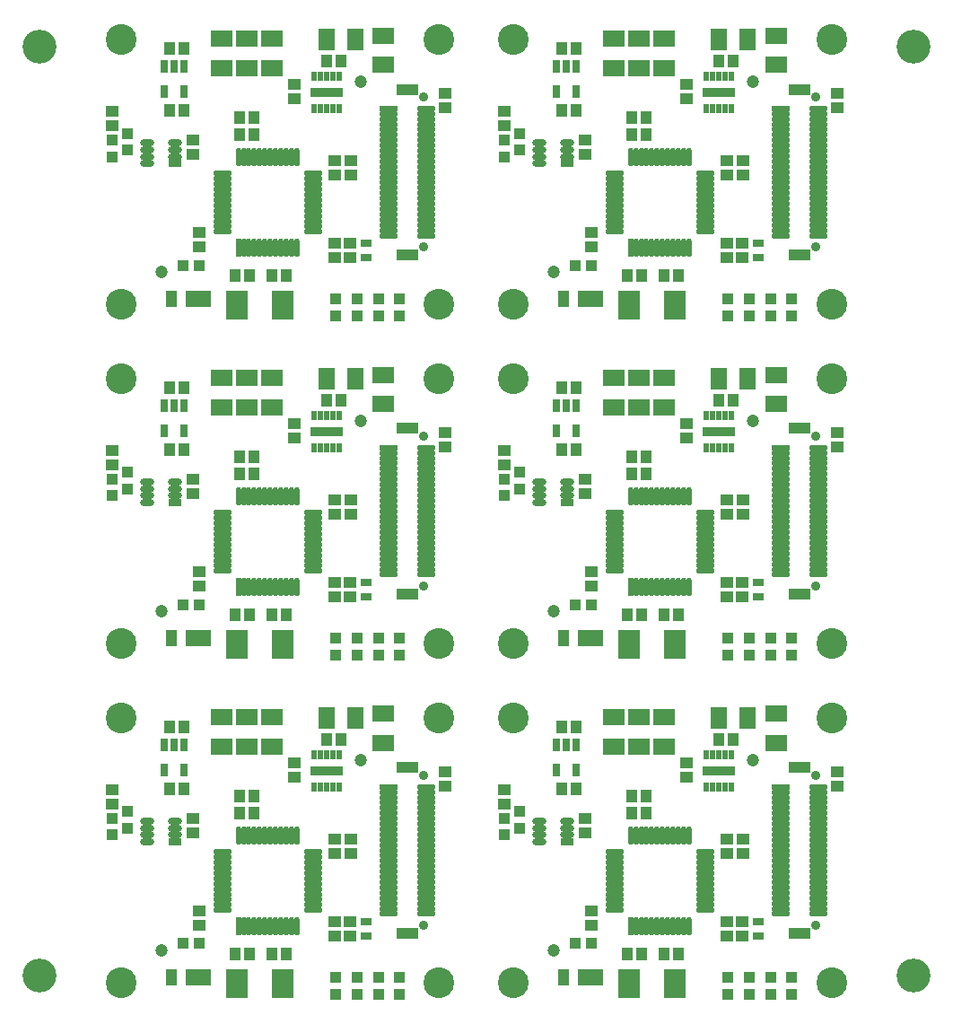
<source format=gts>
G04*
G04 #@! TF.GenerationSoftware,Altium Limited,Altium Designer,20.0.10 (225)*
G04*
G04 Layer_Color=8388736*
%FSLAX25Y25*%
%MOIN*%
G70*
G01*
G75*
%ADD58C,0.04737*%
%ADD59R,0.04343X0.06312*%
%ADD60R,0.09461X0.06312*%
%ADD61R,0.04147X0.04147*%
%ADD62R,0.04143X0.04537*%
%ADD63R,0.04147X0.04147*%
%ADD64R,0.04537X0.04143*%
%ADD65R,0.07887X0.06312*%
%ADD66R,0.03162X0.04934*%
%ADD67R,0.03950X0.03162*%
%ADD68R,0.06312X0.07887*%
%ADD69R,0.12217X0.03556*%
%ADD70R,0.01981X0.03359*%
%ADD71O,0.06902X0.01981*%
%ADD72O,0.01981X0.06902*%
%ADD73R,0.01981X0.06902*%
%ADD74R,0.08280X0.11036*%
%ADD75R,0.07887X0.03950*%
%ADD76O,0.07099X0.01981*%
%ADD77R,0.07099X0.01981*%
%ADD78R,0.05131X0.02572*%
%ADD79O,0.05131X0.02572*%
%ADD80C,0.12611*%
%ADD81C,0.11430*%
%ADD82C,0.03556*%
G36*
X270532Y-25256D02*
X268839D01*
Y-22185D01*
X270532D01*
Y-25256D01*
D02*
G37*
G36*
X268169D02*
X266476D01*
Y-22185D01*
X268169D01*
Y-25256D01*
D02*
G37*
G36*
X265807D02*
X264114D01*
Y-22185D01*
X265807D01*
Y-25256D01*
D02*
G37*
G36*
X263445D02*
X261752D01*
Y-22185D01*
X263445D01*
Y-25256D01*
D02*
G37*
G36*
X261083D02*
X259390D01*
Y-22185D01*
X261083D01*
Y-25256D01*
D02*
G37*
G36*
X124862D02*
X123169D01*
Y-22185D01*
X124862D01*
Y-25256D01*
D02*
G37*
G36*
X122500D02*
X120807D01*
Y-22185D01*
X122500D01*
Y-25256D01*
D02*
G37*
G36*
X120138D02*
X118445D01*
Y-22185D01*
X120138D01*
Y-25256D01*
D02*
G37*
G36*
X117776D02*
X116083D01*
Y-22185D01*
X117776D01*
Y-25256D01*
D02*
G37*
G36*
X115413D02*
X113721D01*
Y-22185D01*
X115413D01*
Y-25256D01*
D02*
G37*
G36*
X270925Y-31358D02*
X258996D01*
Y-28090D01*
X270925D01*
Y-31358D01*
D02*
G37*
G36*
X125256D02*
X113327D01*
Y-28090D01*
X125256D01*
Y-31358D01*
D02*
G37*
G36*
X270532Y-37264D02*
X268839D01*
Y-34193D01*
X270532D01*
Y-37264D01*
D02*
G37*
G36*
X268169D02*
X266476D01*
Y-34193D01*
X268169D01*
Y-37264D01*
D02*
G37*
G36*
X265807D02*
X264114D01*
Y-34193D01*
X265807D01*
Y-37264D01*
D02*
G37*
G36*
X263445D02*
X261752D01*
Y-34193D01*
X263445D01*
Y-37264D01*
D02*
G37*
G36*
X261083D02*
X259390D01*
Y-34193D01*
X261083D01*
Y-37264D01*
D02*
G37*
G36*
X124862D02*
X123169D01*
Y-34193D01*
X124862D01*
Y-37264D01*
D02*
G37*
G36*
X122500D02*
X120807D01*
Y-34193D01*
X122500D01*
Y-37264D01*
D02*
G37*
G36*
X120138D02*
X118445D01*
Y-34193D01*
X120138D01*
Y-37264D01*
D02*
G37*
G36*
X117776D02*
X116083D01*
Y-34193D01*
X117776D01*
Y-37264D01*
D02*
G37*
G36*
X115413D02*
X113721D01*
Y-34193D01*
X115413D01*
Y-37264D01*
D02*
G37*
G36*
X270532Y-151240D02*
X268839D01*
Y-148169D01*
X270532D01*
Y-151240D01*
D02*
G37*
G36*
X268169D02*
X266476D01*
Y-148169D01*
X268169D01*
Y-151240D01*
D02*
G37*
G36*
X265807D02*
X264114D01*
Y-148169D01*
X265807D01*
Y-151240D01*
D02*
G37*
G36*
X263445D02*
X261752D01*
Y-148169D01*
X263445D01*
Y-151240D01*
D02*
G37*
G36*
X261083D02*
X259390D01*
Y-148169D01*
X261083D01*
Y-151240D01*
D02*
G37*
G36*
X124862D02*
X123169D01*
Y-148169D01*
X124862D01*
Y-151240D01*
D02*
G37*
G36*
X122500D02*
X120807D01*
Y-148169D01*
X122500D01*
Y-151240D01*
D02*
G37*
G36*
X120138D02*
X118445D01*
Y-148169D01*
X120138D01*
Y-151240D01*
D02*
G37*
G36*
X117776D02*
X116083D01*
Y-148169D01*
X117776D01*
Y-151240D01*
D02*
G37*
G36*
X115413D02*
X113721D01*
Y-148169D01*
X115413D01*
Y-151240D01*
D02*
G37*
G36*
X270925Y-157342D02*
X258996D01*
Y-154075D01*
X270925D01*
Y-157342D01*
D02*
G37*
G36*
X125256D02*
X113327D01*
Y-154075D01*
X125256D01*
Y-157342D01*
D02*
G37*
G36*
X270532Y-163248D02*
X268839D01*
Y-160177D01*
X270532D01*
Y-163248D01*
D02*
G37*
G36*
X268169D02*
X266476D01*
Y-160177D01*
X268169D01*
Y-163248D01*
D02*
G37*
G36*
X265807D02*
X264114D01*
Y-160177D01*
X265807D01*
Y-163248D01*
D02*
G37*
G36*
X263445D02*
X261752D01*
Y-160177D01*
X263445D01*
Y-163248D01*
D02*
G37*
G36*
X261083D02*
X259390D01*
Y-160177D01*
X261083D01*
Y-163248D01*
D02*
G37*
G36*
X124862D02*
X123169D01*
Y-160177D01*
X124862D01*
Y-163248D01*
D02*
G37*
G36*
X122500D02*
X120807D01*
Y-160177D01*
X122500D01*
Y-163248D01*
D02*
G37*
G36*
X120138D02*
X118445D01*
Y-160177D01*
X120138D01*
Y-163248D01*
D02*
G37*
G36*
X117776D02*
X116083D01*
Y-160177D01*
X117776D01*
Y-163248D01*
D02*
G37*
G36*
X115413D02*
X113721D01*
Y-160177D01*
X115413D01*
Y-163248D01*
D02*
G37*
G36*
X270532Y-277224D02*
X268839D01*
Y-274153D01*
X270532D01*
Y-277224D01*
D02*
G37*
G36*
X268169D02*
X266476D01*
Y-274153D01*
X268169D01*
Y-277224D01*
D02*
G37*
G36*
X265807D02*
X264114D01*
Y-274153D01*
X265807D01*
Y-277224D01*
D02*
G37*
G36*
X263445D02*
X261752D01*
Y-274153D01*
X263445D01*
Y-277224D01*
D02*
G37*
G36*
X261083D02*
X259390D01*
Y-274153D01*
X261083D01*
Y-277224D01*
D02*
G37*
G36*
X124862D02*
X123169D01*
Y-274153D01*
X124862D01*
Y-277224D01*
D02*
G37*
G36*
X122500D02*
X120807D01*
Y-274153D01*
X122500D01*
Y-277224D01*
D02*
G37*
G36*
X120138D02*
X118445D01*
Y-274153D01*
X120138D01*
Y-277224D01*
D02*
G37*
G36*
X117776D02*
X116083D01*
Y-274153D01*
X117776D01*
Y-277224D01*
D02*
G37*
G36*
X115413D02*
X113721D01*
Y-274153D01*
X115413D01*
Y-277224D01*
D02*
G37*
G36*
X270925Y-283327D02*
X258996D01*
Y-280059D01*
X270925D01*
Y-283327D01*
D02*
G37*
G36*
X125256D02*
X113327D01*
Y-280059D01*
X125256D01*
Y-283327D01*
D02*
G37*
G36*
X270532Y-289232D02*
X268839D01*
Y-286161D01*
X270532D01*
Y-289232D01*
D02*
G37*
G36*
X268169D02*
X266476D01*
Y-286161D01*
X268169D01*
Y-289232D01*
D02*
G37*
G36*
X265807D02*
X264114D01*
Y-286161D01*
X265807D01*
Y-289232D01*
D02*
G37*
G36*
X263445D02*
X261752D01*
Y-286161D01*
X263445D01*
Y-289232D01*
D02*
G37*
G36*
X261083D02*
X259390D01*
Y-286161D01*
X261083D01*
Y-289232D01*
D02*
G37*
G36*
X124862D02*
X123169D01*
Y-286161D01*
X124862D01*
Y-289232D01*
D02*
G37*
G36*
X122500D02*
X120807D01*
Y-286161D01*
X122500D01*
Y-289232D01*
D02*
G37*
G36*
X120138D02*
X118445D01*
Y-286161D01*
X120138D01*
Y-289232D01*
D02*
G37*
G36*
X117776D02*
X116083D01*
Y-286161D01*
X117776D01*
Y-289232D01*
D02*
G37*
G36*
X115413D02*
X113721D01*
Y-286161D01*
X115413D01*
Y-289232D01*
D02*
G37*
D58*
X132087Y-277854D02*
D03*
X58071Y-348327D02*
D03*
X277756Y-277854D02*
D03*
X203740Y-348327D02*
D03*
X132087Y-151870D02*
D03*
X58071Y-222342D02*
D03*
X277756Y-151870D02*
D03*
X203740Y-222342D02*
D03*
X132087Y-25886D02*
D03*
X58071Y-96358D02*
D03*
X277756Y-25886D02*
D03*
X203740Y-96358D02*
D03*
D59*
X61634Y-358347D02*
D03*
X207303D02*
D03*
X61634Y-232362D02*
D03*
X207303D02*
D03*
X61634Y-106378D02*
D03*
X207303D02*
D03*
D60*
X71673Y-358347D02*
D03*
X217342D02*
D03*
X71673Y-232362D02*
D03*
X217342D02*
D03*
X71673Y-106378D02*
D03*
X217342D02*
D03*
D61*
X72126Y-345965D02*
D03*
X66024D02*
D03*
X217795D02*
D03*
X211693D02*
D03*
X72126Y-219980D02*
D03*
X66024D02*
D03*
X217795D02*
D03*
X211693D02*
D03*
X72126Y-93996D02*
D03*
X66024D02*
D03*
X217795D02*
D03*
X211693D02*
D03*
D62*
X85433Y-349902D02*
D03*
X90748D02*
D03*
X104429D02*
D03*
X99114D02*
D03*
X86910Y-297505D02*
D03*
X92225D02*
D03*
X66437Y-265551D02*
D03*
X61122D02*
D03*
X66437Y-288484D02*
D03*
X61122D02*
D03*
X92225Y-291240D02*
D03*
X86910D02*
D03*
X124606Y-269980D02*
D03*
X119291D02*
D03*
X231102Y-349902D02*
D03*
X236417D02*
D03*
X250098D02*
D03*
X244784D02*
D03*
X232579Y-297505D02*
D03*
X237894D02*
D03*
X212106Y-265551D02*
D03*
X206791D02*
D03*
X212106Y-288484D02*
D03*
X206791D02*
D03*
X237894Y-291240D02*
D03*
X232579D02*
D03*
X270276Y-269980D02*
D03*
X264961D02*
D03*
X85433Y-223917D02*
D03*
X90748D02*
D03*
X104429D02*
D03*
X99114D02*
D03*
X86910Y-171520D02*
D03*
X92225D02*
D03*
X66437Y-139567D02*
D03*
X61122D02*
D03*
X66437Y-162500D02*
D03*
X61122D02*
D03*
X92225Y-165256D02*
D03*
X86910D02*
D03*
X124606Y-143996D02*
D03*
X119291D02*
D03*
X231102Y-223917D02*
D03*
X236417D02*
D03*
X250098D02*
D03*
X244784D02*
D03*
X232579Y-171520D02*
D03*
X237894D02*
D03*
X212106Y-139567D02*
D03*
X206791D02*
D03*
X212106Y-162500D02*
D03*
X206791D02*
D03*
X237894Y-165256D02*
D03*
X232579D02*
D03*
X270276Y-143996D02*
D03*
X264961D02*
D03*
X85433Y-97933D02*
D03*
X90748D02*
D03*
X104429D02*
D03*
X99114D02*
D03*
X86910Y-45536D02*
D03*
X92225D02*
D03*
X66437Y-13582D02*
D03*
X61122D02*
D03*
X66437Y-36516D02*
D03*
X61122D02*
D03*
X92225Y-39272D02*
D03*
X86910D02*
D03*
X124606Y-18012D02*
D03*
X119291D02*
D03*
X231102Y-97933D02*
D03*
X236417D02*
D03*
X250098D02*
D03*
X244784D02*
D03*
X232579Y-45536D02*
D03*
X237894D02*
D03*
X212106Y-13582D02*
D03*
X206791D02*
D03*
X212106Y-36516D02*
D03*
X206791D02*
D03*
X237894Y-39272D02*
D03*
X232579D02*
D03*
X270276Y-18012D02*
D03*
X264961D02*
D03*
D63*
X146457Y-364665D02*
D03*
Y-358563D02*
D03*
X138583Y-364665D02*
D03*
Y-358563D02*
D03*
X130709Y-364665D02*
D03*
Y-358563D02*
D03*
X122835Y-364665D02*
D03*
Y-358563D02*
D03*
X45276Y-296949D02*
D03*
Y-303051D02*
D03*
X39567Y-299508D02*
D03*
Y-305610D02*
D03*
X292126Y-364665D02*
D03*
Y-358563D02*
D03*
X284252Y-364665D02*
D03*
Y-358563D02*
D03*
X276378Y-364665D02*
D03*
Y-358563D02*
D03*
X268504Y-364665D02*
D03*
Y-358563D02*
D03*
X190945Y-296949D02*
D03*
Y-303051D02*
D03*
X185236Y-299508D02*
D03*
Y-305610D02*
D03*
X146457Y-238681D02*
D03*
Y-232579D02*
D03*
X138583Y-238681D02*
D03*
Y-232579D02*
D03*
X130709Y-238681D02*
D03*
Y-232579D02*
D03*
X122835Y-238681D02*
D03*
Y-232579D02*
D03*
X45276Y-170965D02*
D03*
Y-177067D02*
D03*
X39567Y-173523D02*
D03*
Y-179626D02*
D03*
X292126Y-238681D02*
D03*
Y-232579D02*
D03*
X284252Y-238681D02*
D03*
Y-232579D02*
D03*
X276378Y-238681D02*
D03*
Y-232579D02*
D03*
X268504Y-238681D02*
D03*
Y-232579D02*
D03*
X190945Y-170965D02*
D03*
Y-177067D02*
D03*
X185236Y-173523D02*
D03*
Y-179626D02*
D03*
X146457Y-112697D02*
D03*
Y-106594D02*
D03*
X138583Y-112697D02*
D03*
Y-106594D02*
D03*
X130709Y-112697D02*
D03*
Y-106594D02*
D03*
X122835Y-112697D02*
D03*
Y-106594D02*
D03*
X45276Y-44980D02*
D03*
Y-51082D02*
D03*
X39567Y-47539D02*
D03*
Y-53642D02*
D03*
X292126Y-112697D02*
D03*
Y-106594D02*
D03*
X284252Y-112697D02*
D03*
Y-106594D02*
D03*
X276378Y-112697D02*
D03*
Y-106594D02*
D03*
X268504Y-112697D02*
D03*
Y-106594D02*
D03*
X190945Y-44980D02*
D03*
Y-51082D02*
D03*
X185236Y-47539D02*
D03*
Y-53642D02*
D03*
D64*
X163405Y-287457D02*
D03*
Y-282142D02*
D03*
X128150Y-337697D02*
D03*
Y-343012D02*
D03*
X122244D02*
D03*
Y-337697D02*
D03*
X107283Y-278740D02*
D03*
Y-284055D02*
D03*
X128543Y-307087D02*
D03*
Y-312402D02*
D03*
X122441Y-307087D02*
D03*
Y-312402D02*
D03*
X72047Y-339248D02*
D03*
Y-333933D02*
D03*
X69882Y-299508D02*
D03*
Y-304823D02*
D03*
X39567Y-288681D02*
D03*
Y-293996D02*
D03*
X309074Y-287457D02*
D03*
Y-282142D02*
D03*
X273819Y-337697D02*
D03*
Y-343012D02*
D03*
X267914D02*
D03*
Y-337697D02*
D03*
X252953Y-278740D02*
D03*
Y-284055D02*
D03*
X274213Y-307087D02*
D03*
Y-312402D02*
D03*
X268110Y-307087D02*
D03*
Y-312402D02*
D03*
X217717Y-339248D02*
D03*
Y-333933D02*
D03*
X215551Y-299508D02*
D03*
Y-304823D02*
D03*
X185236Y-288681D02*
D03*
Y-293996D02*
D03*
X163405Y-161473D02*
D03*
Y-156158D02*
D03*
X128150Y-211713D02*
D03*
Y-217027D02*
D03*
X122244D02*
D03*
Y-211713D02*
D03*
X107283Y-152756D02*
D03*
Y-158071D02*
D03*
X128543Y-181102D02*
D03*
Y-186417D02*
D03*
X122441Y-181102D02*
D03*
Y-186417D02*
D03*
X72047Y-213264D02*
D03*
Y-207949D02*
D03*
X69882Y-173523D02*
D03*
Y-178839D02*
D03*
X39567Y-162697D02*
D03*
Y-168012D02*
D03*
X309074Y-161473D02*
D03*
Y-156158D02*
D03*
X273819Y-211713D02*
D03*
Y-217027D02*
D03*
X267914D02*
D03*
Y-211713D02*
D03*
X252953Y-152756D02*
D03*
Y-158071D02*
D03*
X274213Y-181102D02*
D03*
Y-186417D02*
D03*
X268110Y-181102D02*
D03*
Y-186417D02*
D03*
X217717Y-213264D02*
D03*
Y-207949D02*
D03*
X215551Y-173523D02*
D03*
Y-178839D02*
D03*
X185236Y-162697D02*
D03*
Y-168012D02*
D03*
X163405Y-35489D02*
D03*
Y-30174D02*
D03*
X128150Y-85728D02*
D03*
Y-91043D02*
D03*
X122244D02*
D03*
Y-85728D02*
D03*
X107283Y-26772D02*
D03*
Y-32087D02*
D03*
X128543Y-55118D02*
D03*
Y-60433D02*
D03*
X122441Y-55118D02*
D03*
Y-60433D02*
D03*
X72047Y-87280D02*
D03*
Y-81965D02*
D03*
X69882Y-47539D02*
D03*
Y-52854D02*
D03*
X39567Y-36712D02*
D03*
Y-42027D02*
D03*
X309074Y-35489D02*
D03*
Y-30174D02*
D03*
X273819Y-85728D02*
D03*
Y-91043D02*
D03*
X267914D02*
D03*
Y-85728D02*
D03*
X252953Y-26772D02*
D03*
Y-32087D02*
D03*
X274213Y-55118D02*
D03*
Y-60433D02*
D03*
X268110Y-55118D02*
D03*
Y-60433D02*
D03*
X217717Y-87280D02*
D03*
Y-81965D02*
D03*
X215551Y-47539D02*
D03*
Y-52854D02*
D03*
X185236Y-36712D02*
D03*
Y-42027D02*
D03*
D65*
X140551Y-271457D02*
D03*
Y-260630D02*
D03*
X80512Y-261909D02*
D03*
Y-272736D02*
D03*
X99016Y-261909D02*
D03*
Y-272736D02*
D03*
X89567Y-261909D02*
D03*
Y-272736D02*
D03*
X286221Y-271457D02*
D03*
Y-260630D02*
D03*
X226181Y-261909D02*
D03*
Y-272736D02*
D03*
X244685Y-261909D02*
D03*
Y-272736D02*
D03*
X235236Y-261909D02*
D03*
Y-272736D02*
D03*
X140551Y-145472D02*
D03*
Y-134646D02*
D03*
X80512Y-135925D02*
D03*
Y-146752D02*
D03*
X99016Y-135925D02*
D03*
Y-146752D02*
D03*
X89567Y-135925D02*
D03*
Y-146752D02*
D03*
X286221Y-145472D02*
D03*
Y-134646D02*
D03*
X226181Y-135925D02*
D03*
Y-146752D02*
D03*
X244685Y-135925D02*
D03*
Y-146752D02*
D03*
X235236Y-135925D02*
D03*
Y-146752D02*
D03*
X140551Y-19488D02*
D03*
Y-8661D02*
D03*
X80512Y-9941D02*
D03*
Y-20768D02*
D03*
X99016Y-9941D02*
D03*
Y-20768D02*
D03*
X89567Y-9941D02*
D03*
Y-20768D02*
D03*
X286221Y-19488D02*
D03*
Y-8661D02*
D03*
X226181Y-9941D02*
D03*
Y-20768D02*
D03*
X244685Y-9941D02*
D03*
Y-20768D02*
D03*
X235236Y-9941D02*
D03*
Y-20768D02*
D03*
D66*
X66437Y-281299D02*
D03*
X58957D02*
D03*
Y-272244D02*
D03*
X62697D02*
D03*
X66437D02*
D03*
X212106Y-281299D02*
D03*
X204626D02*
D03*
Y-272244D02*
D03*
X208366D02*
D03*
X212106D02*
D03*
X66437Y-155315D02*
D03*
X58957D02*
D03*
Y-146260D02*
D03*
X62697D02*
D03*
X66437D02*
D03*
X212106Y-155315D02*
D03*
X204626D02*
D03*
Y-146260D02*
D03*
X208366D02*
D03*
X212106D02*
D03*
X66437Y-29331D02*
D03*
X58957D02*
D03*
Y-20275D02*
D03*
X62697D02*
D03*
X66437D02*
D03*
X212106Y-29331D02*
D03*
X204626D02*
D03*
Y-20275D02*
D03*
X208366D02*
D03*
X212106D02*
D03*
D67*
X134055Y-337697D02*
D03*
Y-343209D02*
D03*
X279725Y-337697D02*
D03*
Y-343209D02*
D03*
X134055Y-211713D02*
D03*
Y-217224D02*
D03*
X279725Y-211713D02*
D03*
Y-217224D02*
D03*
X134055Y-85728D02*
D03*
Y-91240D02*
D03*
X279725Y-85728D02*
D03*
Y-91240D02*
D03*
D68*
X130118Y-262106D02*
D03*
X119291D02*
D03*
X275787D02*
D03*
X264961D02*
D03*
X130118Y-136122D02*
D03*
X119291D02*
D03*
X275787D02*
D03*
X264961D02*
D03*
X130118Y-10138D02*
D03*
X119291D02*
D03*
X275787D02*
D03*
X264961D02*
D03*
D69*
X119291Y-281693D02*
D03*
X264961D02*
D03*
X119291Y-155709D02*
D03*
X264961D02*
D03*
X119291Y-29724D02*
D03*
X264961D02*
D03*
D70*
X124016Y-287697D02*
D03*
X121654D02*
D03*
X119291D02*
D03*
X116929D02*
D03*
X114567D02*
D03*
Y-275689D02*
D03*
X116929D02*
D03*
X119291D02*
D03*
X121654D02*
D03*
X124016D02*
D03*
X269685Y-287697D02*
D03*
X267323D02*
D03*
X264961D02*
D03*
X262598D02*
D03*
X260236D02*
D03*
Y-275689D02*
D03*
X262598D02*
D03*
X264961D02*
D03*
X267323D02*
D03*
X269685D02*
D03*
X124016Y-161713D02*
D03*
X121654D02*
D03*
X119291D02*
D03*
X116929D02*
D03*
X114567D02*
D03*
Y-149705D02*
D03*
X116929D02*
D03*
X119291D02*
D03*
X121654D02*
D03*
X124016D02*
D03*
X269685Y-161713D02*
D03*
X267323D02*
D03*
X264961D02*
D03*
X262598D02*
D03*
X260236D02*
D03*
Y-149705D02*
D03*
X262598D02*
D03*
X264961D02*
D03*
X267323D02*
D03*
X269685D02*
D03*
X124016Y-35728D02*
D03*
X121654D02*
D03*
X119291D02*
D03*
X116929D02*
D03*
X114567D02*
D03*
Y-23720D02*
D03*
X116929D02*
D03*
X119291D02*
D03*
X121654D02*
D03*
X124016D02*
D03*
X269685Y-35728D02*
D03*
X267323D02*
D03*
X264961D02*
D03*
X262598D02*
D03*
X260236D02*
D03*
Y-23720D02*
D03*
X262598D02*
D03*
X264961D02*
D03*
X267323D02*
D03*
X269685D02*
D03*
D71*
X80610Y-333563D02*
D03*
Y-331594D02*
D03*
Y-329626D02*
D03*
Y-327657D02*
D03*
Y-325689D02*
D03*
Y-323720D02*
D03*
Y-321752D02*
D03*
Y-319783D02*
D03*
Y-317815D02*
D03*
Y-315846D02*
D03*
Y-313878D02*
D03*
Y-311909D02*
D03*
X114272D02*
D03*
Y-313878D02*
D03*
Y-315846D02*
D03*
Y-317815D02*
D03*
Y-319783D02*
D03*
Y-321752D02*
D03*
Y-323720D02*
D03*
Y-325689D02*
D03*
Y-327657D02*
D03*
Y-329626D02*
D03*
Y-331594D02*
D03*
Y-333563D02*
D03*
X226280D02*
D03*
Y-331594D02*
D03*
Y-329626D02*
D03*
Y-327657D02*
D03*
Y-325689D02*
D03*
Y-323720D02*
D03*
Y-321752D02*
D03*
Y-319783D02*
D03*
Y-317815D02*
D03*
Y-315846D02*
D03*
Y-313878D02*
D03*
Y-311909D02*
D03*
X259941D02*
D03*
Y-313878D02*
D03*
Y-315846D02*
D03*
Y-317815D02*
D03*
Y-319783D02*
D03*
Y-321752D02*
D03*
Y-323720D02*
D03*
Y-325689D02*
D03*
Y-327657D02*
D03*
Y-329626D02*
D03*
Y-331594D02*
D03*
Y-333563D02*
D03*
X80610Y-207579D02*
D03*
Y-205610D02*
D03*
Y-203642D02*
D03*
Y-201673D02*
D03*
Y-199705D02*
D03*
Y-197736D02*
D03*
Y-195768D02*
D03*
Y-193799D02*
D03*
Y-191831D02*
D03*
Y-189862D02*
D03*
Y-187894D02*
D03*
Y-185925D02*
D03*
X114272D02*
D03*
Y-187894D02*
D03*
Y-189862D02*
D03*
Y-191831D02*
D03*
Y-193799D02*
D03*
Y-195768D02*
D03*
Y-197736D02*
D03*
Y-199705D02*
D03*
Y-201673D02*
D03*
Y-203642D02*
D03*
Y-205610D02*
D03*
Y-207579D02*
D03*
X226280D02*
D03*
Y-205610D02*
D03*
Y-203642D02*
D03*
Y-201673D02*
D03*
Y-199705D02*
D03*
Y-197736D02*
D03*
Y-195768D02*
D03*
Y-193799D02*
D03*
Y-191831D02*
D03*
Y-189862D02*
D03*
Y-187894D02*
D03*
Y-185925D02*
D03*
X259941D02*
D03*
Y-187894D02*
D03*
Y-189862D02*
D03*
Y-191831D02*
D03*
Y-193799D02*
D03*
Y-195768D02*
D03*
Y-197736D02*
D03*
Y-199705D02*
D03*
Y-201673D02*
D03*
Y-203642D02*
D03*
Y-205610D02*
D03*
Y-207579D02*
D03*
X80610Y-81594D02*
D03*
Y-79626D02*
D03*
Y-77657D02*
D03*
Y-75689D02*
D03*
Y-73720D02*
D03*
Y-71752D02*
D03*
Y-69783D02*
D03*
Y-67815D02*
D03*
Y-65846D02*
D03*
Y-63878D02*
D03*
Y-61909D02*
D03*
Y-59941D02*
D03*
X114272D02*
D03*
Y-61909D02*
D03*
Y-63878D02*
D03*
Y-65846D02*
D03*
Y-67815D02*
D03*
Y-69783D02*
D03*
Y-71752D02*
D03*
Y-73720D02*
D03*
Y-75689D02*
D03*
Y-77657D02*
D03*
Y-79626D02*
D03*
Y-81594D02*
D03*
X226280D02*
D03*
Y-79626D02*
D03*
Y-77657D02*
D03*
Y-75689D02*
D03*
Y-73720D02*
D03*
Y-71752D02*
D03*
Y-69783D02*
D03*
Y-67815D02*
D03*
Y-65846D02*
D03*
Y-63878D02*
D03*
Y-61909D02*
D03*
Y-59941D02*
D03*
X259941D02*
D03*
Y-61909D02*
D03*
Y-63878D02*
D03*
Y-65846D02*
D03*
Y-67815D02*
D03*
Y-69783D02*
D03*
Y-71752D02*
D03*
Y-73720D02*
D03*
Y-75689D02*
D03*
Y-77657D02*
D03*
Y-79626D02*
D03*
Y-81594D02*
D03*
D72*
X86614Y-305906D02*
D03*
X88583D02*
D03*
X90551D02*
D03*
X92520D02*
D03*
X94488D02*
D03*
X96457D02*
D03*
X98425D02*
D03*
X100394D02*
D03*
X102362D02*
D03*
X104331D02*
D03*
X106299D02*
D03*
X108268D02*
D03*
Y-339567D02*
D03*
X106299D02*
D03*
X104331D02*
D03*
X102362D02*
D03*
X100394D02*
D03*
X98425D02*
D03*
X96457D02*
D03*
X94488D02*
D03*
X92520D02*
D03*
X90551D02*
D03*
X88583D02*
D03*
X232284Y-305906D02*
D03*
X234252D02*
D03*
X236221D02*
D03*
X238189D02*
D03*
X240158D02*
D03*
X242126D02*
D03*
X244095D02*
D03*
X246063D02*
D03*
X248032D02*
D03*
X250000D02*
D03*
X251969D02*
D03*
X253937D02*
D03*
Y-339567D02*
D03*
X251969D02*
D03*
X250000D02*
D03*
X248032D02*
D03*
X246063D02*
D03*
X244095D02*
D03*
X242126D02*
D03*
X240158D02*
D03*
X238189D02*
D03*
X236221D02*
D03*
X234252D02*
D03*
X86614Y-179921D02*
D03*
X88583D02*
D03*
X90551D02*
D03*
X92520D02*
D03*
X94488D02*
D03*
X96457D02*
D03*
X98425D02*
D03*
X100394D02*
D03*
X102362D02*
D03*
X104331D02*
D03*
X106299D02*
D03*
X108268D02*
D03*
Y-213583D02*
D03*
X106299D02*
D03*
X104331D02*
D03*
X102362D02*
D03*
X100394D02*
D03*
X98425D02*
D03*
X96457D02*
D03*
X94488D02*
D03*
X92520D02*
D03*
X90551D02*
D03*
X88583D02*
D03*
X232284Y-179921D02*
D03*
X234252D02*
D03*
X236221D02*
D03*
X238189D02*
D03*
X240158D02*
D03*
X242126D02*
D03*
X244095D02*
D03*
X246063D02*
D03*
X248032D02*
D03*
X250000D02*
D03*
X251969D02*
D03*
X253937D02*
D03*
Y-213583D02*
D03*
X251969D02*
D03*
X250000D02*
D03*
X248032D02*
D03*
X246063D02*
D03*
X244095D02*
D03*
X242126D02*
D03*
X240158D02*
D03*
X238189D02*
D03*
X236221D02*
D03*
X234252D02*
D03*
X86614Y-53937D02*
D03*
X88583D02*
D03*
X90551D02*
D03*
X92520D02*
D03*
X94488D02*
D03*
X96457D02*
D03*
X98425D02*
D03*
X100394D02*
D03*
X102362D02*
D03*
X104331D02*
D03*
X106299D02*
D03*
X108268D02*
D03*
Y-87598D02*
D03*
X106299D02*
D03*
X104331D02*
D03*
X102362D02*
D03*
X100394D02*
D03*
X98425D02*
D03*
X96457D02*
D03*
X94488D02*
D03*
X92520D02*
D03*
X90551D02*
D03*
X88583D02*
D03*
X232284Y-53937D02*
D03*
X234252D02*
D03*
X236221D02*
D03*
X238189D02*
D03*
X240158D02*
D03*
X242126D02*
D03*
X244095D02*
D03*
X246063D02*
D03*
X248032D02*
D03*
X250000D02*
D03*
X251969D02*
D03*
X253937D02*
D03*
Y-87598D02*
D03*
X251969D02*
D03*
X250000D02*
D03*
X248032D02*
D03*
X246063D02*
D03*
X244095D02*
D03*
X242126D02*
D03*
X240158D02*
D03*
X238189D02*
D03*
X236221D02*
D03*
X234252D02*
D03*
D73*
X86614Y-339567D02*
D03*
X232284D02*
D03*
X86614Y-213583D02*
D03*
X232284D02*
D03*
X86614Y-87598D02*
D03*
X232284D02*
D03*
D74*
X102953Y-360925D02*
D03*
X86024D02*
D03*
X248622D02*
D03*
X231693D02*
D03*
X102953Y-234941D02*
D03*
X86024D02*
D03*
X248622D02*
D03*
X231693D02*
D03*
X102953Y-108957D02*
D03*
X86024D02*
D03*
X248622D02*
D03*
X231693D02*
D03*
D75*
X149409Y-280610D02*
D03*
Y-342028D02*
D03*
X295079Y-280610D02*
D03*
Y-342028D02*
D03*
X149409Y-154626D02*
D03*
Y-216043D02*
D03*
X295079Y-154626D02*
D03*
Y-216043D02*
D03*
X149409Y-28642D02*
D03*
Y-90059D02*
D03*
X295079Y-28642D02*
D03*
Y-90059D02*
D03*
D76*
X156496Y-334941D02*
D03*
Y-332972D02*
D03*
Y-331004D02*
D03*
Y-329035D02*
D03*
Y-327067D02*
D03*
Y-325098D02*
D03*
Y-323130D02*
D03*
Y-321161D02*
D03*
Y-319193D02*
D03*
Y-317224D02*
D03*
Y-315256D02*
D03*
Y-313287D02*
D03*
Y-311319D02*
D03*
Y-309350D02*
D03*
Y-307382D02*
D03*
Y-305413D02*
D03*
Y-303445D02*
D03*
Y-301476D02*
D03*
Y-299508D02*
D03*
Y-297539D02*
D03*
Y-295571D02*
D03*
Y-293602D02*
D03*
Y-291634D02*
D03*
Y-289665D02*
D03*
Y-287697D02*
D03*
X142323Y-334941D02*
D03*
Y-332972D02*
D03*
Y-331004D02*
D03*
Y-329035D02*
D03*
Y-327067D02*
D03*
Y-325098D02*
D03*
Y-323130D02*
D03*
Y-321161D02*
D03*
Y-319193D02*
D03*
Y-317224D02*
D03*
Y-315256D02*
D03*
Y-313287D02*
D03*
Y-311319D02*
D03*
Y-309350D02*
D03*
Y-307382D02*
D03*
Y-305413D02*
D03*
Y-303445D02*
D03*
Y-301476D02*
D03*
Y-299508D02*
D03*
Y-297539D02*
D03*
Y-295571D02*
D03*
Y-293602D02*
D03*
Y-291634D02*
D03*
Y-289665D02*
D03*
X302166Y-334941D02*
D03*
Y-332972D02*
D03*
Y-331004D02*
D03*
Y-329035D02*
D03*
Y-327067D02*
D03*
Y-325098D02*
D03*
Y-323130D02*
D03*
Y-321161D02*
D03*
Y-319193D02*
D03*
Y-317224D02*
D03*
Y-315256D02*
D03*
Y-313287D02*
D03*
Y-311319D02*
D03*
Y-309350D02*
D03*
Y-307382D02*
D03*
Y-305413D02*
D03*
Y-303445D02*
D03*
Y-301476D02*
D03*
Y-299508D02*
D03*
Y-297539D02*
D03*
Y-295571D02*
D03*
Y-293602D02*
D03*
Y-291634D02*
D03*
Y-289665D02*
D03*
Y-287697D02*
D03*
X287992Y-334941D02*
D03*
Y-332972D02*
D03*
Y-331004D02*
D03*
Y-329035D02*
D03*
Y-327067D02*
D03*
Y-325098D02*
D03*
Y-323130D02*
D03*
Y-321161D02*
D03*
Y-319193D02*
D03*
Y-317224D02*
D03*
Y-315256D02*
D03*
Y-313287D02*
D03*
Y-311319D02*
D03*
Y-309350D02*
D03*
Y-307382D02*
D03*
Y-305413D02*
D03*
Y-303445D02*
D03*
Y-301476D02*
D03*
Y-299508D02*
D03*
Y-297539D02*
D03*
Y-295571D02*
D03*
Y-293602D02*
D03*
Y-291634D02*
D03*
Y-289665D02*
D03*
X156496Y-208957D02*
D03*
Y-206988D02*
D03*
Y-205019D02*
D03*
Y-203051D02*
D03*
Y-201082D02*
D03*
Y-199114D02*
D03*
Y-197145D02*
D03*
Y-195177D02*
D03*
Y-193209D02*
D03*
Y-191240D02*
D03*
Y-189271D02*
D03*
Y-187303D02*
D03*
Y-185335D02*
D03*
Y-183366D02*
D03*
Y-181397D02*
D03*
Y-179429D02*
D03*
Y-177461D02*
D03*
Y-175492D02*
D03*
Y-173523D02*
D03*
Y-171555D02*
D03*
Y-169587D02*
D03*
Y-167618D02*
D03*
Y-165649D02*
D03*
Y-163681D02*
D03*
Y-161713D02*
D03*
X142323Y-208957D02*
D03*
Y-206988D02*
D03*
Y-205019D02*
D03*
Y-203051D02*
D03*
Y-201082D02*
D03*
Y-199114D02*
D03*
Y-197145D02*
D03*
Y-195177D02*
D03*
Y-193209D02*
D03*
Y-191240D02*
D03*
Y-189271D02*
D03*
Y-187303D02*
D03*
Y-185335D02*
D03*
Y-183366D02*
D03*
Y-181397D02*
D03*
Y-179429D02*
D03*
Y-177461D02*
D03*
Y-175492D02*
D03*
Y-173523D02*
D03*
Y-171555D02*
D03*
Y-169587D02*
D03*
Y-167618D02*
D03*
Y-165649D02*
D03*
Y-163681D02*
D03*
X302166Y-208957D02*
D03*
Y-206988D02*
D03*
Y-205019D02*
D03*
Y-203051D02*
D03*
Y-201082D02*
D03*
Y-199114D02*
D03*
Y-197145D02*
D03*
Y-195177D02*
D03*
Y-193209D02*
D03*
Y-191240D02*
D03*
Y-189271D02*
D03*
Y-187303D02*
D03*
Y-185335D02*
D03*
Y-183366D02*
D03*
Y-181397D02*
D03*
Y-179429D02*
D03*
Y-177461D02*
D03*
Y-175492D02*
D03*
Y-173523D02*
D03*
Y-171555D02*
D03*
Y-169587D02*
D03*
Y-167618D02*
D03*
Y-165649D02*
D03*
Y-163681D02*
D03*
Y-161713D02*
D03*
X287992Y-208957D02*
D03*
Y-206988D02*
D03*
Y-205019D02*
D03*
Y-203051D02*
D03*
Y-201082D02*
D03*
Y-199114D02*
D03*
Y-197145D02*
D03*
Y-195177D02*
D03*
Y-193209D02*
D03*
Y-191240D02*
D03*
Y-189271D02*
D03*
Y-187303D02*
D03*
Y-185335D02*
D03*
Y-183366D02*
D03*
Y-181397D02*
D03*
Y-179429D02*
D03*
Y-177461D02*
D03*
Y-175492D02*
D03*
Y-173523D02*
D03*
Y-171555D02*
D03*
Y-169587D02*
D03*
Y-167618D02*
D03*
Y-165649D02*
D03*
Y-163681D02*
D03*
X156496Y-82972D02*
D03*
Y-81004D02*
D03*
Y-79035D02*
D03*
Y-77067D02*
D03*
Y-75098D02*
D03*
Y-73130D02*
D03*
Y-71161D02*
D03*
Y-69193D02*
D03*
Y-67224D02*
D03*
Y-65256D02*
D03*
Y-63287D02*
D03*
Y-61319D02*
D03*
Y-59350D02*
D03*
Y-57382D02*
D03*
Y-55413D02*
D03*
Y-53445D02*
D03*
Y-51476D02*
D03*
Y-49508D02*
D03*
Y-47539D02*
D03*
Y-45571D02*
D03*
Y-43602D02*
D03*
Y-41634D02*
D03*
Y-39665D02*
D03*
Y-37697D02*
D03*
Y-35728D02*
D03*
X142323Y-82972D02*
D03*
Y-81004D02*
D03*
Y-79035D02*
D03*
Y-77067D02*
D03*
Y-75098D02*
D03*
Y-73130D02*
D03*
Y-71161D02*
D03*
Y-69193D02*
D03*
Y-67224D02*
D03*
Y-65256D02*
D03*
Y-63287D02*
D03*
Y-61319D02*
D03*
Y-59350D02*
D03*
Y-57382D02*
D03*
Y-55413D02*
D03*
Y-53445D02*
D03*
Y-51476D02*
D03*
Y-49508D02*
D03*
Y-47539D02*
D03*
Y-45571D02*
D03*
Y-43602D02*
D03*
Y-41634D02*
D03*
Y-39665D02*
D03*
Y-37697D02*
D03*
X302166Y-82972D02*
D03*
Y-81004D02*
D03*
Y-79035D02*
D03*
Y-77067D02*
D03*
Y-75098D02*
D03*
Y-73130D02*
D03*
Y-71161D02*
D03*
Y-69193D02*
D03*
Y-67224D02*
D03*
Y-65256D02*
D03*
Y-63287D02*
D03*
Y-61319D02*
D03*
Y-59350D02*
D03*
Y-57382D02*
D03*
Y-55413D02*
D03*
Y-53445D02*
D03*
Y-51476D02*
D03*
Y-49508D02*
D03*
Y-47539D02*
D03*
Y-45571D02*
D03*
Y-43602D02*
D03*
Y-41634D02*
D03*
Y-39665D02*
D03*
Y-37697D02*
D03*
Y-35728D02*
D03*
X287992Y-82972D02*
D03*
Y-81004D02*
D03*
Y-79035D02*
D03*
Y-77067D02*
D03*
Y-75098D02*
D03*
Y-73130D02*
D03*
Y-71161D02*
D03*
Y-69193D02*
D03*
Y-67224D02*
D03*
Y-65256D02*
D03*
Y-63287D02*
D03*
Y-61319D02*
D03*
Y-59350D02*
D03*
Y-57382D02*
D03*
Y-55413D02*
D03*
Y-53445D02*
D03*
Y-51476D02*
D03*
Y-49508D02*
D03*
Y-47539D02*
D03*
Y-45571D02*
D03*
Y-43602D02*
D03*
Y-41634D02*
D03*
Y-39665D02*
D03*
Y-37697D02*
D03*
D77*
X142323Y-287697D02*
D03*
X287992D02*
D03*
X142323Y-161713D02*
D03*
X287992D02*
D03*
X142323Y-35728D02*
D03*
X287992D02*
D03*
D78*
X63189Y-308169D02*
D03*
X208858D02*
D03*
X63189Y-182185D02*
D03*
X208858D02*
D03*
X63189Y-56201D02*
D03*
X208858D02*
D03*
D79*
X63189Y-305610D02*
D03*
Y-303051D02*
D03*
Y-300492D02*
D03*
X52756Y-308169D02*
D03*
Y-300492D02*
D03*
Y-303051D02*
D03*
Y-305610D02*
D03*
X208858D02*
D03*
Y-303051D02*
D03*
Y-300492D02*
D03*
X198425Y-308169D02*
D03*
Y-300492D02*
D03*
Y-303051D02*
D03*
Y-305610D02*
D03*
X63189Y-179626D02*
D03*
Y-177067D02*
D03*
Y-174508D02*
D03*
X52756Y-182185D02*
D03*
Y-174508D02*
D03*
Y-177067D02*
D03*
Y-179626D02*
D03*
X208858D02*
D03*
Y-177067D02*
D03*
Y-174508D02*
D03*
X198425Y-182185D02*
D03*
Y-174508D02*
D03*
Y-177067D02*
D03*
Y-179626D02*
D03*
X63189Y-53642D02*
D03*
Y-51082D02*
D03*
Y-48524D02*
D03*
X52756Y-56201D02*
D03*
Y-48524D02*
D03*
Y-51082D02*
D03*
Y-53642D02*
D03*
X208858D02*
D03*
Y-51082D02*
D03*
Y-48524D02*
D03*
X198425Y-56201D02*
D03*
Y-48524D02*
D03*
Y-51082D02*
D03*
Y-53642D02*
D03*
D80*
X12795Y-12795D02*
D03*
Y-357874D02*
D03*
X337500Y-12795D02*
D03*
Y-357874D02*
D03*
D81*
X43110Y-262106D02*
D03*
X161220D02*
D03*
Y-360531D02*
D03*
X43110D02*
D03*
X188780Y-262106D02*
D03*
X306890D02*
D03*
Y-360531D02*
D03*
X188780D02*
D03*
X43110Y-136122D02*
D03*
X161220D02*
D03*
Y-234547D02*
D03*
X43110D02*
D03*
X188780Y-136122D02*
D03*
X306890D02*
D03*
Y-234547D02*
D03*
X188780D02*
D03*
X43110Y-10137D02*
D03*
X161220D02*
D03*
Y-108563D02*
D03*
X43110D02*
D03*
X188780Y-10137D02*
D03*
X306890D02*
D03*
Y-108563D02*
D03*
X188780D02*
D03*
D82*
X155315Y-339075D02*
D03*
Y-283563D02*
D03*
X300984Y-339075D02*
D03*
Y-283563D02*
D03*
X155315Y-213090D02*
D03*
Y-157579D02*
D03*
X300984Y-213090D02*
D03*
Y-157579D02*
D03*
X155315Y-87106D02*
D03*
Y-31594D02*
D03*
X300984Y-87106D02*
D03*
Y-31594D02*
D03*
M02*

</source>
